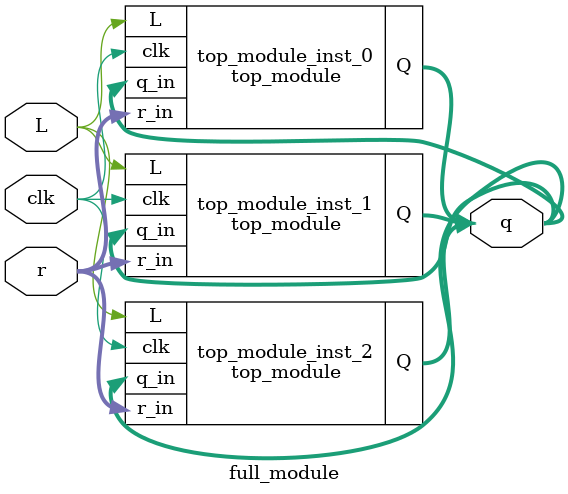
<source format=sv>
module top_module(
    input clk,
    input L,
    input [2:0] q_in,
    input [2:0] r_in,
    output reg [2:0] Q
);

    always @(posedge clk) begin
        if (L) begin
            Q <= r_in;
        end else begin
            Q <= {Q[1] ^ Q[2], Q[0], Q[2]};
        end
    end

endmodule
module full_module(
    input [2:0] r,
    input L,
    input clk,
    output reg [2:0] q
);

    top_module top_module_inst_0(
        .clk(clk),
        .L(L),
        .q_in(q),
        .r_in(r),
        .Q(q)
    );

    top_module top_module_inst_1(
        .clk(clk),
        .L(L),
        .q_in(q),
        .r_in(r),
        .Q(q)
    );

    top_module top_module_inst_2(
        .clk(clk),
        .L(L),
        .q_in(q),
        .r_in(r),
        .Q(q)
    );

endmodule

</source>
